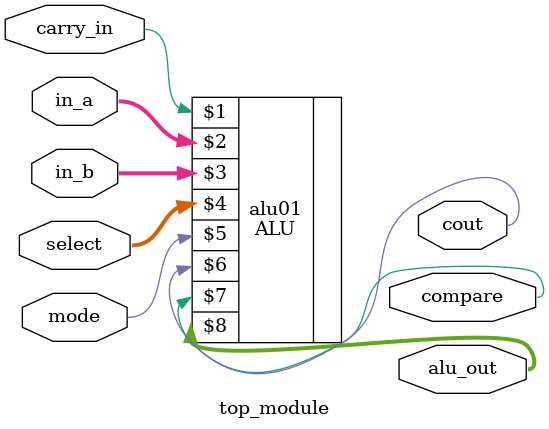
<source format=v>
module top_module (
	input wire carry_in,
	input wire [15:0] in_a,
	input wire [15:0] in_b, 
	input wire [3:0] select,
	input wire mode,
	output wire cout,
	output wire compare,
	output wire [15:0] alu_out);

	ALU alu01(carry_in, in_a, in_b, select, mode, cout, compare, alu_out);

endmodule

</source>
